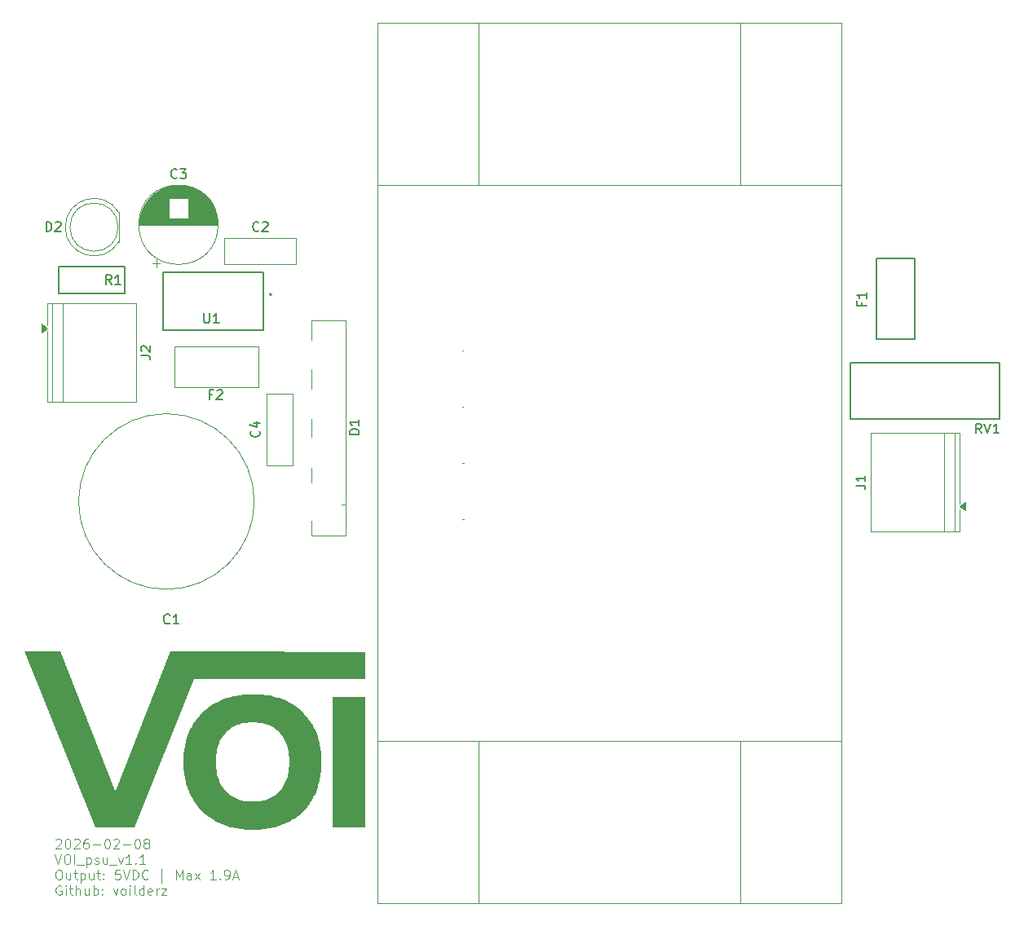
<source format=gto>
G04 #@! TF.GenerationSoftware,KiCad,Pcbnew,9.0.7-9.0.7~ubuntu24.04.1*
G04 #@! TF.CreationDate,2026-02-08T18:38:21+03:00*
G04 #@! TF.ProjectId,Linear_PowerSup_v1,4c696e65-6172-45f5-906f-776572537570,rev?*
G04 #@! TF.SameCoordinates,Original*
G04 #@! TF.FileFunction,Legend,Top*
G04 #@! TF.FilePolarity,Positive*
%FSLAX46Y46*%
G04 Gerber Fmt 4.6, Leading zero omitted, Abs format (unit mm)*
G04 Created by KiCad (PCBNEW 9.0.7-9.0.7~ubuntu24.04.1) date 2026-02-08 18:38:21*
%MOMM*%
%LPD*%
G01*
G04 APERTURE LIST*
%ADD10C,0.100000*%
%ADD11C,0.000000*%
%ADD12C,0.150000*%
%ADD13C,0.120000*%
%ADD14C,0.152400*%
%ADD15C,0.127000*%
%ADD16C,0.200000*%
G04 APERTURE END LIST*
D10*
X75756265Y-131637825D02*
X75803884Y-131590206D01*
X75803884Y-131590206D02*
X75899122Y-131542587D01*
X75899122Y-131542587D02*
X76137217Y-131542587D01*
X76137217Y-131542587D02*
X76232455Y-131590206D01*
X76232455Y-131590206D02*
X76280074Y-131637825D01*
X76280074Y-131637825D02*
X76327693Y-131733063D01*
X76327693Y-131733063D02*
X76327693Y-131828301D01*
X76327693Y-131828301D02*
X76280074Y-131971158D01*
X76280074Y-131971158D02*
X75708646Y-132542587D01*
X75708646Y-132542587D02*
X76327693Y-132542587D01*
X76946741Y-131542587D02*
X77041979Y-131542587D01*
X77041979Y-131542587D02*
X77137217Y-131590206D01*
X77137217Y-131590206D02*
X77184836Y-131637825D01*
X77184836Y-131637825D02*
X77232455Y-131733063D01*
X77232455Y-131733063D02*
X77280074Y-131923539D01*
X77280074Y-131923539D02*
X77280074Y-132161634D01*
X77280074Y-132161634D02*
X77232455Y-132352110D01*
X77232455Y-132352110D02*
X77184836Y-132447348D01*
X77184836Y-132447348D02*
X77137217Y-132494968D01*
X77137217Y-132494968D02*
X77041979Y-132542587D01*
X77041979Y-132542587D02*
X76946741Y-132542587D01*
X76946741Y-132542587D02*
X76851503Y-132494968D01*
X76851503Y-132494968D02*
X76803884Y-132447348D01*
X76803884Y-132447348D02*
X76756265Y-132352110D01*
X76756265Y-132352110D02*
X76708646Y-132161634D01*
X76708646Y-132161634D02*
X76708646Y-131923539D01*
X76708646Y-131923539D02*
X76756265Y-131733063D01*
X76756265Y-131733063D02*
X76803884Y-131637825D01*
X76803884Y-131637825D02*
X76851503Y-131590206D01*
X76851503Y-131590206D02*
X76946741Y-131542587D01*
X77661027Y-131637825D02*
X77708646Y-131590206D01*
X77708646Y-131590206D02*
X77803884Y-131542587D01*
X77803884Y-131542587D02*
X78041979Y-131542587D01*
X78041979Y-131542587D02*
X78137217Y-131590206D01*
X78137217Y-131590206D02*
X78184836Y-131637825D01*
X78184836Y-131637825D02*
X78232455Y-131733063D01*
X78232455Y-131733063D02*
X78232455Y-131828301D01*
X78232455Y-131828301D02*
X78184836Y-131971158D01*
X78184836Y-131971158D02*
X77613408Y-132542587D01*
X77613408Y-132542587D02*
X78232455Y-132542587D01*
X79089598Y-131542587D02*
X78899122Y-131542587D01*
X78899122Y-131542587D02*
X78803884Y-131590206D01*
X78803884Y-131590206D02*
X78756265Y-131637825D01*
X78756265Y-131637825D02*
X78661027Y-131780682D01*
X78661027Y-131780682D02*
X78613408Y-131971158D01*
X78613408Y-131971158D02*
X78613408Y-132352110D01*
X78613408Y-132352110D02*
X78661027Y-132447348D01*
X78661027Y-132447348D02*
X78708646Y-132494968D01*
X78708646Y-132494968D02*
X78803884Y-132542587D01*
X78803884Y-132542587D02*
X78994360Y-132542587D01*
X78994360Y-132542587D02*
X79089598Y-132494968D01*
X79089598Y-132494968D02*
X79137217Y-132447348D01*
X79137217Y-132447348D02*
X79184836Y-132352110D01*
X79184836Y-132352110D02*
X79184836Y-132114015D01*
X79184836Y-132114015D02*
X79137217Y-132018777D01*
X79137217Y-132018777D02*
X79089598Y-131971158D01*
X79089598Y-131971158D02*
X78994360Y-131923539D01*
X78994360Y-131923539D02*
X78803884Y-131923539D01*
X78803884Y-131923539D02*
X78708646Y-131971158D01*
X78708646Y-131971158D02*
X78661027Y-132018777D01*
X78661027Y-132018777D02*
X78613408Y-132114015D01*
X79613408Y-132161634D02*
X80375313Y-132161634D01*
X81041979Y-131542587D02*
X81137217Y-131542587D01*
X81137217Y-131542587D02*
X81232455Y-131590206D01*
X81232455Y-131590206D02*
X81280074Y-131637825D01*
X81280074Y-131637825D02*
X81327693Y-131733063D01*
X81327693Y-131733063D02*
X81375312Y-131923539D01*
X81375312Y-131923539D02*
X81375312Y-132161634D01*
X81375312Y-132161634D02*
X81327693Y-132352110D01*
X81327693Y-132352110D02*
X81280074Y-132447348D01*
X81280074Y-132447348D02*
X81232455Y-132494968D01*
X81232455Y-132494968D02*
X81137217Y-132542587D01*
X81137217Y-132542587D02*
X81041979Y-132542587D01*
X81041979Y-132542587D02*
X80946741Y-132494968D01*
X80946741Y-132494968D02*
X80899122Y-132447348D01*
X80899122Y-132447348D02*
X80851503Y-132352110D01*
X80851503Y-132352110D02*
X80803884Y-132161634D01*
X80803884Y-132161634D02*
X80803884Y-131923539D01*
X80803884Y-131923539D02*
X80851503Y-131733063D01*
X80851503Y-131733063D02*
X80899122Y-131637825D01*
X80899122Y-131637825D02*
X80946741Y-131590206D01*
X80946741Y-131590206D02*
X81041979Y-131542587D01*
X81756265Y-131637825D02*
X81803884Y-131590206D01*
X81803884Y-131590206D02*
X81899122Y-131542587D01*
X81899122Y-131542587D02*
X82137217Y-131542587D01*
X82137217Y-131542587D02*
X82232455Y-131590206D01*
X82232455Y-131590206D02*
X82280074Y-131637825D01*
X82280074Y-131637825D02*
X82327693Y-131733063D01*
X82327693Y-131733063D02*
X82327693Y-131828301D01*
X82327693Y-131828301D02*
X82280074Y-131971158D01*
X82280074Y-131971158D02*
X81708646Y-132542587D01*
X81708646Y-132542587D02*
X82327693Y-132542587D01*
X82756265Y-132161634D02*
X83518170Y-132161634D01*
X84184836Y-131542587D02*
X84280074Y-131542587D01*
X84280074Y-131542587D02*
X84375312Y-131590206D01*
X84375312Y-131590206D02*
X84422931Y-131637825D01*
X84422931Y-131637825D02*
X84470550Y-131733063D01*
X84470550Y-131733063D02*
X84518169Y-131923539D01*
X84518169Y-131923539D02*
X84518169Y-132161634D01*
X84518169Y-132161634D02*
X84470550Y-132352110D01*
X84470550Y-132352110D02*
X84422931Y-132447348D01*
X84422931Y-132447348D02*
X84375312Y-132494968D01*
X84375312Y-132494968D02*
X84280074Y-132542587D01*
X84280074Y-132542587D02*
X84184836Y-132542587D01*
X84184836Y-132542587D02*
X84089598Y-132494968D01*
X84089598Y-132494968D02*
X84041979Y-132447348D01*
X84041979Y-132447348D02*
X83994360Y-132352110D01*
X83994360Y-132352110D02*
X83946741Y-132161634D01*
X83946741Y-132161634D02*
X83946741Y-131923539D01*
X83946741Y-131923539D02*
X83994360Y-131733063D01*
X83994360Y-131733063D02*
X84041979Y-131637825D01*
X84041979Y-131637825D02*
X84089598Y-131590206D01*
X84089598Y-131590206D02*
X84184836Y-131542587D01*
X85089598Y-131971158D02*
X84994360Y-131923539D01*
X84994360Y-131923539D02*
X84946741Y-131875920D01*
X84946741Y-131875920D02*
X84899122Y-131780682D01*
X84899122Y-131780682D02*
X84899122Y-131733063D01*
X84899122Y-131733063D02*
X84946741Y-131637825D01*
X84946741Y-131637825D02*
X84994360Y-131590206D01*
X84994360Y-131590206D02*
X85089598Y-131542587D01*
X85089598Y-131542587D02*
X85280074Y-131542587D01*
X85280074Y-131542587D02*
X85375312Y-131590206D01*
X85375312Y-131590206D02*
X85422931Y-131637825D01*
X85422931Y-131637825D02*
X85470550Y-131733063D01*
X85470550Y-131733063D02*
X85470550Y-131780682D01*
X85470550Y-131780682D02*
X85422931Y-131875920D01*
X85422931Y-131875920D02*
X85375312Y-131923539D01*
X85375312Y-131923539D02*
X85280074Y-131971158D01*
X85280074Y-131971158D02*
X85089598Y-131971158D01*
X85089598Y-131971158D02*
X84994360Y-132018777D01*
X84994360Y-132018777D02*
X84946741Y-132066396D01*
X84946741Y-132066396D02*
X84899122Y-132161634D01*
X84899122Y-132161634D02*
X84899122Y-132352110D01*
X84899122Y-132352110D02*
X84946741Y-132447348D01*
X84946741Y-132447348D02*
X84994360Y-132494968D01*
X84994360Y-132494968D02*
X85089598Y-132542587D01*
X85089598Y-132542587D02*
X85280074Y-132542587D01*
X85280074Y-132542587D02*
X85375312Y-132494968D01*
X85375312Y-132494968D02*
X85422931Y-132447348D01*
X85422931Y-132447348D02*
X85470550Y-132352110D01*
X85470550Y-132352110D02*
X85470550Y-132161634D01*
X85470550Y-132161634D02*
X85422931Y-132066396D01*
X85422931Y-132066396D02*
X85375312Y-132018777D01*
X85375312Y-132018777D02*
X85280074Y-131971158D01*
X75661027Y-133152531D02*
X75994360Y-134152531D01*
X75994360Y-134152531D02*
X76327693Y-133152531D01*
X76851503Y-133152531D02*
X77041979Y-133152531D01*
X77041979Y-133152531D02*
X77137217Y-133200150D01*
X77137217Y-133200150D02*
X77232455Y-133295388D01*
X77232455Y-133295388D02*
X77280074Y-133485864D01*
X77280074Y-133485864D02*
X77280074Y-133819197D01*
X77280074Y-133819197D02*
X77232455Y-134009673D01*
X77232455Y-134009673D02*
X77137217Y-134104912D01*
X77137217Y-134104912D02*
X77041979Y-134152531D01*
X77041979Y-134152531D02*
X76851503Y-134152531D01*
X76851503Y-134152531D02*
X76756265Y-134104912D01*
X76756265Y-134104912D02*
X76661027Y-134009673D01*
X76661027Y-134009673D02*
X76613408Y-133819197D01*
X76613408Y-133819197D02*
X76613408Y-133485864D01*
X76613408Y-133485864D02*
X76661027Y-133295388D01*
X76661027Y-133295388D02*
X76756265Y-133200150D01*
X76756265Y-133200150D02*
X76851503Y-133152531D01*
X77708646Y-134152531D02*
X77708646Y-133152531D01*
X77946741Y-134247769D02*
X78708645Y-134247769D01*
X78946741Y-133485864D02*
X78946741Y-134485864D01*
X78946741Y-133533483D02*
X79041979Y-133485864D01*
X79041979Y-133485864D02*
X79232455Y-133485864D01*
X79232455Y-133485864D02*
X79327693Y-133533483D01*
X79327693Y-133533483D02*
X79375312Y-133581102D01*
X79375312Y-133581102D02*
X79422931Y-133676340D01*
X79422931Y-133676340D02*
X79422931Y-133962054D01*
X79422931Y-133962054D02*
X79375312Y-134057292D01*
X79375312Y-134057292D02*
X79327693Y-134104912D01*
X79327693Y-134104912D02*
X79232455Y-134152531D01*
X79232455Y-134152531D02*
X79041979Y-134152531D01*
X79041979Y-134152531D02*
X78946741Y-134104912D01*
X79803884Y-134104912D02*
X79899122Y-134152531D01*
X79899122Y-134152531D02*
X80089598Y-134152531D01*
X80089598Y-134152531D02*
X80184836Y-134104912D01*
X80184836Y-134104912D02*
X80232455Y-134009673D01*
X80232455Y-134009673D02*
X80232455Y-133962054D01*
X80232455Y-133962054D02*
X80184836Y-133866816D01*
X80184836Y-133866816D02*
X80089598Y-133819197D01*
X80089598Y-133819197D02*
X79946741Y-133819197D01*
X79946741Y-133819197D02*
X79851503Y-133771578D01*
X79851503Y-133771578D02*
X79803884Y-133676340D01*
X79803884Y-133676340D02*
X79803884Y-133628721D01*
X79803884Y-133628721D02*
X79851503Y-133533483D01*
X79851503Y-133533483D02*
X79946741Y-133485864D01*
X79946741Y-133485864D02*
X80089598Y-133485864D01*
X80089598Y-133485864D02*
X80184836Y-133533483D01*
X81089598Y-133485864D02*
X81089598Y-134152531D01*
X80661027Y-133485864D02*
X80661027Y-134009673D01*
X80661027Y-134009673D02*
X80708646Y-134104912D01*
X80708646Y-134104912D02*
X80803884Y-134152531D01*
X80803884Y-134152531D02*
X80946741Y-134152531D01*
X80946741Y-134152531D02*
X81041979Y-134104912D01*
X81041979Y-134104912D02*
X81089598Y-134057292D01*
X81327694Y-134247769D02*
X82089598Y-134247769D01*
X82232456Y-133485864D02*
X82470551Y-134152531D01*
X82470551Y-134152531D02*
X82708646Y-133485864D01*
X83613408Y-134152531D02*
X83041980Y-134152531D01*
X83327694Y-134152531D02*
X83327694Y-133152531D01*
X83327694Y-133152531D02*
X83232456Y-133295388D01*
X83232456Y-133295388D02*
X83137218Y-133390626D01*
X83137218Y-133390626D02*
X83041980Y-133438245D01*
X84041980Y-134057292D02*
X84089599Y-134104912D01*
X84089599Y-134104912D02*
X84041980Y-134152531D01*
X84041980Y-134152531D02*
X83994361Y-134104912D01*
X83994361Y-134104912D02*
X84041980Y-134057292D01*
X84041980Y-134057292D02*
X84041980Y-134152531D01*
X85041979Y-134152531D02*
X84470551Y-134152531D01*
X84756265Y-134152531D02*
X84756265Y-133152531D01*
X84756265Y-133152531D02*
X84661027Y-133295388D01*
X84661027Y-133295388D02*
X84565789Y-133390626D01*
X84565789Y-133390626D02*
X84470551Y-133438245D01*
X75994360Y-134762475D02*
X76184836Y-134762475D01*
X76184836Y-134762475D02*
X76280074Y-134810094D01*
X76280074Y-134810094D02*
X76375312Y-134905332D01*
X76375312Y-134905332D02*
X76422931Y-135095808D01*
X76422931Y-135095808D02*
X76422931Y-135429141D01*
X76422931Y-135429141D02*
X76375312Y-135619617D01*
X76375312Y-135619617D02*
X76280074Y-135714856D01*
X76280074Y-135714856D02*
X76184836Y-135762475D01*
X76184836Y-135762475D02*
X75994360Y-135762475D01*
X75994360Y-135762475D02*
X75899122Y-135714856D01*
X75899122Y-135714856D02*
X75803884Y-135619617D01*
X75803884Y-135619617D02*
X75756265Y-135429141D01*
X75756265Y-135429141D02*
X75756265Y-135095808D01*
X75756265Y-135095808D02*
X75803884Y-134905332D01*
X75803884Y-134905332D02*
X75899122Y-134810094D01*
X75899122Y-134810094D02*
X75994360Y-134762475D01*
X77280074Y-135095808D02*
X77280074Y-135762475D01*
X76851503Y-135095808D02*
X76851503Y-135619617D01*
X76851503Y-135619617D02*
X76899122Y-135714856D01*
X76899122Y-135714856D02*
X76994360Y-135762475D01*
X76994360Y-135762475D02*
X77137217Y-135762475D01*
X77137217Y-135762475D02*
X77232455Y-135714856D01*
X77232455Y-135714856D02*
X77280074Y-135667236D01*
X77613408Y-135095808D02*
X77994360Y-135095808D01*
X77756265Y-134762475D02*
X77756265Y-135619617D01*
X77756265Y-135619617D02*
X77803884Y-135714856D01*
X77803884Y-135714856D02*
X77899122Y-135762475D01*
X77899122Y-135762475D02*
X77994360Y-135762475D01*
X78327694Y-135095808D02*
X78327694Y-136095808D01*
X78327694Y-135143427D02*
X78422932Y-135095808D01*
X78422932Y-135095808D02*
X78613408Y-135095808D01*
X78613408Y-135095808D02*
X78708646Y-135143427D01*
X78708646Y-135143427D02*
X78756265Y-135191046D01*
X78756265Y-135191046D02*
X78803884Y-135286284D01*
X78803884Y-135286284D02*
X78803884Y-135571998D01*
X78803884Y-135571998D02*
X78756265Y-135667236D01*
X78756265Y-135667236D02*
X78708646Y-135714856D01*
X78708646Y-135714856D02*
X78613408Y-135762475D01*
X78613408Y-135762475D02*
X78422932Y-135762475D01*
X78422932Y-135762475D02*
X78327694Y-135714856D01*
X79661027Y-135095808D02*
X79661027Y-135762475D01*
X79232456Y-135095808D02*
X79232456Y-135619617D01*
X79232456Y-135619617D02*
X79280075Y-135714856D01*
X79280075Y-135714856D02*
X79375313Y-135762475D01*
X79375313Y-135762475D02*
X79518170Y-135762475D01*
X79518170Y-135762475D02*
X79613408Y-135714856D01*
X79613408Y-135714856D02*
X79661027Y-135667236D01*
X79994361Y-135095808D02*
X80375313Y-135095808D01*
X80137218Y-134762475D02*
X80137218Y-135619617D01*
X80137218Y-135619617D02*
X80184837Y-135714856D01*
X80184837Y-135714856D02*
X80280075Y-135762475D01*
X80280075Y-135762475D02*
X80375313Y-135762475D01*
X80708647Y-135667236D02*
X80756266Y-135714856D01*
X80756266Y-135714856D02*
X80708647Y-135762475D01*
X80708647Y-135762475D02*
X80661028Y-135714856D01*
X80661028Y-135714856D02*
X80708647Y-135667236D01*
X80708647Y-135667236D02*
X80708647Y-135762475D01*
X80708647Y-135143427D02*
X80756266Y-135191046D01*
X80756266Y-135191046D02*
X80708647Y-135238665D01*
X80708647Y-135238665D02*
X80661028Y-135191046D01*
X80661028Y-135191046D02*
X80708647Y-135143427D01*
X80708647Y-135143427D02*
X80708647Y-135238665D01*
X82422932Y-134762475D02*
X81946742Y-134762475D01*
X81946742Y-134762475D02*
X81899123Y-135238665D01*
X81899123Y-135238665D02*
X81946742Y-135191046D01*
X81946742Y-135191046D02*
X82041980Y-135143427D01*
X82041980Y-135143427D02*
X82280075Y-135143427D01*
X82280075Y-135143427D02*
X82375313Y-135191046D01*
X82375313Y-135191046D02*
X82422932Y-135238665D01*
X82422932Y-135238665D02*
X82470551Y-135333903D01*
X82470551Y-135333903D02*
X82470551Y-135571998D01*
X82470551Y-135571998D02*
X82422932Y-135667236D01*
X82422932Y-135667236D02*
X82375313Y-135714856D01*
X82375313Y-135714856D02*
X82280075Y-135762475D01*
X82280075Y-135762475D02*
X82041980Y-135762475D01*
X82041980Y-135762475D02*
X81946742Y-135714856D01*
X81946742Y-135714856D02*
X81899123Y-135667236D01*
X82756266Y-134762475D02*
X83089599Y-135762475D01*
X83089599Y-135762475D02*
X83422932Y-134762475D01*
X83756266Y-135762475D02*
X83756266Y-134762475D01*
X83756266Y-134762475D02*
X83994361Y-134762475D01*
X83994361Y-134762475D02*
X84137218Y-134810094D01*
X84137218Y-134810094D02*
X84232456Y-134905332D01*
X84232456Y-134905332D02*
X84280075Y-135000570D01*
X84280075Y-135000570D02*
X84327694Y-135191046D01*
X84327694Y-135191046D02*
X84327694Y-135333903D01*
X84327694Y-135333903D02*
X84280075Y-135524379D01*
X84280075Y-135524379D02*
X84232456Y-135619617D01*
X84232456Y-135619617D02*
X84137218Y-135714856D01*
X84137218Y-135714856D02*
X83994361Y-135762475D01*
X83994361Y-135762475D02*
X83756266Y-135762475D01*
X85327694Y-135667236D02*
X85280075Y-135714856D01*
X85280075Y-135714856D02*
X85137218Y-135762475D01*
X85137218Y-135762475D02*
X85041980Y-135762475D01*
X85041980Y-135762475D02*
X84899123Y-135714856D01*
X84899123Y-135714856D02*
X84803885Y-135619617D01*
X84803885Y-135619617D02*
X84756266Y-135524379D01*
X84756266Y-135524379D02*
X84708647Y-135333903D01*
X84708647Y-135333903D02*
X84708647Y-135191046D01*
X84708647Y-135191046D02*
X84756266Y-135000570D01*
X84756266Y-135000570D02*
X84803885Y-134905332D01*
X84803885Y-134905332D02*
X84899123Y-134810094D01*
X84899123Y-134810094D02*
X85041980Y-134762475D01*
X85041980Y-134762475D02*
X85137218Y-134762475D01*
X85137218Y-134762475D02*
X85280075Y-134810094D01*
X85280075Y-134810094D02*
X85327694Y-134857713D01*
X86756266Y-136095808D02*
X86756266Y-134667236D01*
X88232457Y-135762475D02*
X88232457Y-134762475D01*
X88232457Y-134762475D02*
X88565790Y-135476760D01*
X88565790Y-135476760D02*
X88899123Y-134762475D01*
X88899123Y-134762475D02*
X88899123Y-135762475D01*
X89803885Y-135762475D02*
X89803885Y-135238665D01*
X89803885Y-135238665D02*
X89756266Y-135143427D01*
X89756266Y-135143427D02*
X89661028Y-135095808D01*
X89661028Y-135095808D02*
X89470552Y-135095808D01*
X89470552Y-135095808D02*
X89375314Y-135143427D01*
X89803885Y-135714856D02*
X89708647Y-135762475D01*
X89708647Y-135762475D02*
X89470552Y-135762475D01*
X89470552Y-135762475D02*
X89375314Y-135714856D01*
X89375314Y-135714856D02*
X89327695Y-135619617D01*
X89327695Y-135619617D02*
X89327695Y-135524379D01*
X89327695Y-135524379D02*
X89375314Y-135429141D01*
X89375314Y-135429141D02*
X89470552Y-135381522D01*
X89470552Y-135381522D02*
X89708647Y-135381522D01*
X89708647Y-135381522D02*
X89803885Y-135333903D01*
X90184838Y-135762475D02*
X90708647Y-135095808D01*
X90184838Y-135095808D02*
X90708647Y-135762475D01*
X92375314Y-135762475D02*
X91803886Y-135762475D01*
X92089600Y-135762475D02*
X92089600Y-134762475D01*
X92089600Y-134762475D02*
X91994362Y-134905332D01*
X91994362Y-134905332D02*
X91899124Y-135000570D01*
X91899124Y-135000570D02*
X91803886Y-135048189D01*
X92803886Y-135667236D02*
X92851505Y-135714856D01*
X92851505Y-135714856D02*
X92803886Y-135762475D01*
X92803886Y-135762475D02*
X92756267Y-135714856D01*
X92756267Y-135714856D02*
X92803886Y-135667236D01*
X92803886Y-135667236D02*
X92803886Y-135762475D01*
X93327695Y-135762475D02*
X93518171Y-135762475D01*
X93518171Y-135762475D02*
X93613409Y-135714856D01*
X93613409Y-135714856D02*
X93661028Y-135667236D01*
X93661028Y-135667236D02*
X93756266Y-135524379D01*
X93756266Y-135524379D02*
X93803885Y-135333903D01*
X93803885Y-135333903D02*
X93803885Y-134952951D01*
X93803885Y-134952951D02*
X93756266Y-134857713D01*
X93756266Y-134857713D02*
X93708647Y-134810094D01*
X93708647Y-134810094D02*
X93613409Y-134762475D01*
X93613409Y-134762475D02*
X93422933Y-134762475D01*
X93422933Y-134762475D02*
X93327695Y-134810094D01*
X93327695Y-134810094D02*
X93280076Y-134857713D01*
X93280076Y-134857713D02*
X93232457Y-134952951D01*
X93232457Y-134952951D02*
X93232457Y-135191046D01*
X93232457Y-135191046D02*
X93280076Y-135286284D01*
X93280076Y-135286284D02*
X93327695Y-135333903D01*
X93327695Y-135333903D02*
X93422933Y-135381522D01*
X93422933Y-135381522D02*
X93613409Y-135381522D01*
X93613409Y-135381522D02*
X93708647Y-135333903D01*
X93708647Y-135333903D02*
X93756266Y-135286284D01*
X93756266Y-135286284D02*
X93803885Y-135191046D01*
X94184838Y-135476760D02*
X94661028Y-135476760D01*
X94089600Y-135762475D02*
X94422933Y-134762475D01*
X94422933Y-134762475D02*
X94756266Y-135762475D01*
X76327693Y-136420038D02*
X76232455Y-136372419D01*
X76232455Y-136372419D02*
X76089598Y-136372419D01*
X76089598Y-136372419D02*
X75946741Y-136420038D01*
X75946741Y-136420038D02*
X75851503Y-136515276D01*
X75851503Y-136515276D02*
X75803884Y-136610514D01*
X75803884Y-136610514D02*
X75756265Y-136800990D01*
X75756265Y-136800990D02*
X75756265Y-136943847D01*
X75756265Y-136943847D02*
X75803884Y-137134323D01*
X75803884Y-137134323D02*
X75851503Y-137229561D01*
X75851503Y-137229561D02*
X75946741Y-137324800D01*
X75946741Y-137324800D02*
X76089598Y-137372419D01*
X76089598Y-137372419D02*
X76184836Y-137372419D01*
X76184836Y-137372419D02*
X76327693Y-137324800D01*
X76327693Y-137324800D02*
X76375312Y-137277180D01*
X76375312Y-137277180D02*
X76375312Y-136943847D01*
X76375312Y-136943847D02*
X76184836Y-136943847D01*
X76803884Y-137372419D02*
X76803884Y-136705752D01*
X76803884Y-136372419D02*
X76756265Y-136420038D01*
X76756265Y-136420038D02*
X76803884Y-136467657D01*
X76803884Y-136467657D02*
X76851503Y-136420038D01*
X76851503Y-136420038D02*
X76803884Y-136372419D01*
X76803884Y-136372419D02*
X76803884Y-136467657D01*
X77137217Y-136705752D02*
X77518169Y-136705752D01*
X77280074Y-136372419D02*
X77280074Y-137229561D01*
X77280074Y-137229561D02*
X77327693Y-137324800D01*
X77327693Y-137324800D02*
X77422931Y-137372419D01*
X77422931Y-137372419D02*
X77518169Y-137372419D01*
X77851503Y-137372419D02*
X77851503Y-136372419D01*
X78280074Y-137372419D02*
X78280074Y-136848609D01*
X78280074Y-136848609D02*
X78232455Y-136753371D01*
X78232455Y-136753371D02*
X78137217Y-136705752D01*
X78137217Y-136705752D02*
X77994360Y-136705752D01*
X77994360Y-136705752D02*
X77899122Y-136753371D01*
X77899122Y-136753371D02*
X77851503Y-136800990D01*
X79184836Y-136705752D02*
X79184836Y-137372419D01*
X78756265Y-136705752D02*
X78756265Y-137229561D01*
X78756265Y-137229561D02*
X78803884Y-137324800D01*
X78803884Y-137324800D02*
X78899122Y-137372419D01*
X78899122Y-137372419D02*
X79041979Y-137372419D01*
X79041979Y-137372419D02*
X79137217Y-137324800D01*
X79137217Y-137324800D02*
X79184836Y-137277180D01*
X79661027Y-137372419D02*
X79661027Y-136372419D01*
X79661027Y-136753371D02*
X79756265Y-136705752D01*
X79756265Y-136705752D02*
X79946741Y-136705752D01*
X79946741Y-136705752D02*
X80041979Y-136753371D01*
X80041979Y-136753371D02*
X80089598Y-136800990D01*
X80089598Y-136800990D02*
X80137217Y-136896228D01*
X80137217Y-136896228D02*
X80137217Y-137181942D01*
X80137217Y-137181942D02*
X80089598Y-137277180D01*
X80089598Y-137277180D02*
X80041979Y-137324800D01*
X80041979Y-137324800D02*
X79946741Y-137372419D01*
X79946741Y-137372419D02*
X79756265Y-137372419D01*
X79756265Y-137372419D02*
X79661027Y-137324800D01*
X80565789Y-137277180D02*
X80613408Y-137324800D01*
X80613408Y-137324800D02*
X80565789Y-137372419D01*
X80565789Y-137372419D02*
X80518170Y-137324800D01*
X80518170Y-137324800D02*
X80565789Y-137277180D01*
X80565789Y-137277180D02*
X80565789Y-137372419D01*
X80565789Y-136753371D02*
X80613408Y-136800990D01*
X80613408Y-136800990D02*
X80565789Y-136848609D01*
X80565789Y-136848609D02*
X80518170Y-136800990D01*
X80518170Y-136800990D02*
X80565789Y-136753371D01*
X80565789Y-136753371D02*
X80565789Y-136848609D01*
X81708646Y-136705752D02*
X81946741Y-137372419D01*
X81946741Y-137372419D02*
X82184836Y-136705752D01*
X82708646Y-137372419D02*
X82613408Y-137324800D01*
X82613408Y-137324800D02*
X82565789Y-137277180D01*
X82565789Y-137277180D02*
X82518170Y-137181942D01*
X82518170Y-137181942D02*
X82518170Y-136896228D01*
X82518170Y-136896228D02*
X82565789Y-136800990D01*
X82565789Y-136800990D02*
X82613408Y-136753371D01*
X82613408Y-136753371D02*
X82708646Y-136705752D01*
X82708646Y-136705752D02*
X82851503Y-136705752D01*
X82851503Y-136705752D02*
X82946741Y-136753371D01*
X82946741Y-136753371D02*
X82994360Y-136800990D01*
X82994360Y-136800990D02*
X83041979Y-136896228D01*
X83041979Y-136896228D02*
X83041979Y-137181942D01*
X83041979Y-137181942D02*
X82994360Y-137277180D01*
X82994360Y-137277180D02*
X82946741Y-137324800D01*
X82946741Y-137324800D02*
X82851503Y-137372419D01*
X82851503Y-137372419D02*
X82708646Y-137372419D01*
X83470551Y-137372419D02*
X83470551Y-136705752D01*
X83470551Y-136372419D02*
X83422932Y-136420038D01*
X83422932Y-136420038D02*
X83470551Y-136467657D01*
X83470551Y-136467657D02*
X83518170Y-136420038D01*
X83518170Y-136420038D02*
X83470551Y-136372419D01*
X83470551Y-136372419D02*
X83470551Y-136467657D01*
X84089598Y-137372419D02*
X83994360Y-137324800D01*
X83994360Y-137324800D02*
X83946741Y-137229561D01*
X83946741Y-137229561D02*
X83946741Y-136372419D01*
X84899122Y-137372419D02*
X84899122Y-136372419D01*
X84899122Y-137324800D02*
X84803884Y-137372419D01*
X84803884Y-137372419D02*
X84613408Y-137372419D01*
X84613408Y-137372419D02*
X84518170Y-137324800D01*
X84518170Y-137324800D02*
X84470551Y-137277180D01*
X84470551Y-137277180D02*
X84422932Y-137181942D01*
X84422932Y-137181942D02*
X84422932Y-136896228D01*
X84422932Y-136896228D02*
X84470551Y-136800990D01*
X84470551Y-136800990D02*
X84518170Y-136753371D01*
X84518170Y-136753371D02*
X84613408Y-136705752D01*
X84613408Y-136705752D02*
X84803884Y-136705752D01*
X84803884Y-136705752D02*
X84899122Y-136753371D01*
X85756265Y-137324800D02*
X85661027Y-137372419D01*
X85661027Y-137372419D02*
X85470551Y-137372419D01*
X85470551Y-137372419D02*
X85375313Y-137324800D01*
X85375313Y-137324800D02*
X85327694Y-137229561D01*
X85327694Y-137229561D02*
X85327694Y-136848609D01*
X85327694Y-136848609D02*
X85375313Y-136753371D01*
X85375313Y-136753371D02*
X85470551Y-136705752D01*
X85470551Y-136705752D02*
X85661027Y-136705752D01*
X85661027Y-136705752D02*
X85756265Y-136753371D01*
X85756265Y-136753371D02*
X85803884Y-136848609D01*
X85803884Y-136848609D02*
X85803884Y-136943847D01*
X85803884Y-136943847D02*
X85327694Y-137039085D01*
X86232456Y-137372419D02*
X86232456Y-136705752D01*
X86232456Y-136896228D02*
X86280075Y-136800990D01*
X86280075Y-136800990D02*
X86327694Y-136753371D01*
X86327694Y-136753371D02*
X86422932Y-136705752D01*
X86422932Y-136705752D02*
X86518170Y-136705752D01*
X86756266Y-136705752D02*
X87280075Y-136705752D01*
X87280075Y-136705752D02*
X86756266Y-137372419D01*
X86756266Y-137372419D02*
X87280075Y-137372419D01*
D11*
G36*
X107901714Y-130322636D02*
G01*
X104538547Y-130322636D01*
X104538547Y-116778889D01*
X107901714Y-116778889D01*
X107901714Y-130322636D01*
G37*
G36*
X96494808Y-116511385D02*
G01*
X96763243Y-116521422D01*
X97026916Y-116538153D01*
X97285829Y-116561580D01*
X97539980Y-116591704D01*
X97789370Y-116628527D01*
X98034000Y-116672052D01*
X98273869Y-116722279D01*
X98508977Y-116779210D01*
X98739325Y-116842848D01*
X98964912Y-116913194D01*
X99185739Y-116990250D01*
X99401806Y-117074018D01*
X99613113Y-117164499D01*
X99819659Y-117261696D01*
X100021446Y-117365610D01*
X100217925Y-117475701D01*
X100408792Y-117591429D01*
X100594046Y-117712793D01*
X100773684Y-117839794D01*
X100947704Y-117972431D01*
X101116106Y-118110704D01*
X101278888Y-118254614D01*
X101436047Y-118404161D01*
X101587583Y-118559344D01*
X101733494Y-118720163D01*
X101873778Y-118886619D01*
X102008433Y-119058711D01*
X102137459Y-119236440D01*
X102260853Y-119419805D01*
X102378613Y-119608807D01*
X102490739Y-119803445D01*
X102596603Y-120003212D01*
X102695628Y-120207574D01*
X102787815Y-120416531D01*
X102873166Y-120630083D01*
X102951682Y-120848227D01*
X103023363Y-121070964D01*
X103088213Y-121298293D01*
X103146230Y-121530213D01*
X103197418Y-121766724D01*
X103241776Y-122007823D01*
X103279307Y-122253512D01*
X103310011Y-122503789D01*
X103333890Y-122758653D01*
X103350945Y-123018104D01*
X103361177Y-123282140D01*
X103364587Y-123550761D01*
X103361177Y-123816663D01*
X103350945Y-124078236D01*
X103333890Y-124335480D01*
X103310011Y-124588399D01*
X103279307Y-124836993D01*
X103241776Y-125081265D01*
X103197418Y-125321216D01*
X103146230Y-125556849D01*
X103088213Y-125788164D01*
X103023363Y-126015164D01*
X102951682Y-126237851D01*
X102873166Y-126456226D01*
X102787815Y-126670291D01*
X102695628Y-126880048D01*
X102596603Y-127085499D01*
X102490739Y-127286645D01*
X102378666Y-127482668D01*
X102260869Y-127672964D01*
X102137347Y-127857532D01*
X102008100Y-128036372D01*
X101873129Y-128209483D01*
X101732433Y-128376864D01*
X101586012Y-128538514D01*
X101433867Y-128694432D01*
X101275996Y-128844618D01*
X101112400Y-128989070D01*
X100943079Y-129127788D01*
X100768033Y-129260771D01*
X100587261Y-129388017D01*
X100400764Y-129509527D01*
X100208541Y-129625299D01*
X100010593Y-129735333D01*
X99807556Y-129839253D01*
X99599900Y-129936468D01*
X99387624Y-130026978D01*
X99170730Y-130110783D01*
X98949218Y-130187883D01*
X98723090Y-130258278D01*
X98492346Y-130321968D01*
X98256986Y-130378954D01*
X98017012Y-130429235D01*
X97772424Y-130472812D01*
X97523222Y-130509684D01*
X97269409Y-130539852D01*
X97010984Y-130563316D01*
X96747948Y-130580075D01*
X96480302Y-130590131D01*
X96208047Y-130593483D01*
X95938517Y-130590081D01*
X95673354Y-130579874D01*
X95412557Y-130562863D01*
X95156127Y-130539048D01*
X94904064Y-130508432D01*
X94656368Y-130471013D01*
X94413040Y-130426793D01*
X94174079Y-130375773D01*
X93939486Y-130317952D01*
X93709261Y-130253332D01*
X93483404Y-130181914D01*
X93261915Y-130103698D01*
X93044795Y-130018684D01*
X92832044Y-129926874D01*
X92623662Y-129828268D01*
X92419648Y-129722866D01*
X92220622Y-129611298D01*
X92027250Y-129494167D01*
X91839531Y-129371475D01*
X91657469Y-129243221D01*
X91481061Y-129109404D01*
X91310311Y-128970026D01*
X91145217Y-128825086D01*
X90985781Y-128674585D01*
X90832004Y-128518522D01*
X90683885Y-128356898D01*
X90541427Y-128189712D01*
X90404628Y-128016965D01*
X90273491Y-127838657D01*
X90148016Y-127654788D01*
X90028202Y-127465358D01*
X89914052Y-127270367D01*
X89806190Y-127070295D01*
X89705287Y-126865818D01*
X89611343Y-126656932D01*
X89524359Y-126443638D01*
X89444334Y-126225935D01*
X89371268Y-126003822D01*
X89305162Y-125777297D01*
X89246014Y-125546360D01*
X89193825Y-125311010D01*
X89148595Y-125071245D01*
X89110324Y-124827066D01*
X89079011Y-124578471D01*
X89054657Y-124325458D01*
X89037262Y-124068028D01*
X89026824Y-123806179D01*
X89023345Y-123539909D01*
X89023387Y-123536680D01*
X92386575Y-123536680D01*
X92390473Y-123773812D01*
X92402166Y-124004545D01*
X92421654Y-124228878D01*
X92448938Y-124446812D01*
X92484017Y-124658347D01*
X92526892Y-124863483D01*
X92577562Y-125062220D01*
X92636027Y-125254558D01*
X92702288Y-125440497D01*
X92776344Y-125620038D01*
X92858196Y-125793180D01*
X92947843Y-125959924D01*
X93045285Y-126120269D01*
X93150522Y-126274216D01*
X93263555Y-126421765D01*
X93384383Y-126562916D01*
X93512269Y-126696535D01*
X93646641Y-126821536D01*
X93787499Y-126937919D01*
X93934840Y-127045683D01*
X94088664Y-127144829D01*
X94248968Y-127235355D01*
X94415750Y-127317261D01*
X94589009Y-127390547D01*
X94768744Y-127455213D01*
X94954952Y-127511257D01*
X95147631Y-127558681D01*
X95346781Y-127597483D01*
X95552399Y-127627663D01*
X95764484Y-127649220D01*
X95983034Y-127662155D01*
X96208047Y-127666467D01*
X96432327Y-127662155D01*
X96650105Y-127649220D01*
X96861381Y-127627663D01*
X97066151Y-127597483D01*
X97264415Y-127558681D01*
X97456171Y-127511257D01*
X97641416Y-127455213D01*
X97820150Y-127390547D01*
X97992370Y-127317261D01*
X98158074Y-127235355D01*
X98317260Y-127144829D01*
X98469927Y-127045683D01*
X98616074Y-126937919D01*
X98755697Y-126821536D01*
X98888796Y-126696535D01*
X99015369Y-126562916D01*
X99134734Y-126421784D01*
X99246407Y-126274291D01*
X99350384Y-126120436D01*
X99446666Y-125960219D01*
X99535252Y-125793637D01*
X99616140Y-125620692D01*
X99689329Y-125441381D01*
X99754819Y-125255704D01*
X99812607Y-125063661D01*
X99862694Y-124865249D01*
X99905079Y-124660469D01*
X99939759Y-124449319D01*
X99966734Y-124231799D01*
X99986004Y-124007908D01*
X99997566Y-123777644D01*
X100001420Y-123541008D01*
X99997566Y-123302362D01*
X99986004Y-123070359D01*
X99966734Y-122844999D01*
X99939759Y-122626283D01*
X99905079Y-122414211D01*
X99862694Y-122208785D01*
X99812607Y-122010006D01*
X99754819Y-121817873D01*
X99689329Y-121632389D01*
X99616140Y-121453553D01*
X99535252Y-121281366D01*
X99446666Y-121115829D01*
X99350384Y-120956943D01*
X99246407Y-120804709D01*
X99134734Y-120659127D01*
X99015369Y-120520198D01*
X98888796Y-120388734D01*
X98755697Y-120265763D01*
X98616074Y-120151284D01*
X98469927Y-120045294D01*
X98317260Y-119947793D01*
X98158074Y-119858779D01*
X97992370Y-119778250D01*
X97820150Y-119706205D01*
X97641416Y-119642642D01*
X97456171Y-119587559D01*
X97264415Y-119540954D01*
X97066151Y-119502827D01*
X96861381Y-119473175D01*
X96650105Y-119451998D01*
X96432327Y-119439292D01*
X96208047Y-119435057D01*
X95983034Y-119439312D01*
X95764484Y-119452075D01*
X95552399Y-119473348D01*
X95346781Y-119503131D01*
X95147631Y-119541425D01*
X94954952Y-119588230D01*
X94768744Y-119643546D01*
X94589009Y-119707376D01*
X94415750Y-119779718D01*
X94248968Y-119860574D01*
X94088664Y-119949944D01*
X93934840Y-120047829D01*
X93787499Y-120154229D01*
X93646641Y-120269144D01*
X93512269Y-120392577D01*
X93384383Y-120524526D01*
X93263555Y-120663996D01*
X93150522Y-120809968D01*
X93045285Y-120962443D01*
X92947843Y-121121420D01*
X92858196Y-121286902D01*
X92776344Y-121458889D01*
X92702288Y-121637381D01*
X92636027Y-121822379D01*
X92577562Y-122013884D01*
X92526892Y-122211897D01*
X92484017Y-122416419D01*
X92448938Y-122627449D01*
X92421654Y-122844990D01*
X92402166Y-123069042D01*
X92390473Y-123299605D01*
X92386575Y-123536680D01*
X89023387Y-123536680D01*
X89026793Y-123273663D01*
X89037136Y-123011857D01*
X89054378Y-122754491D01*
X89078519Y-122501563D01*
X89109561Y-122253073D01*
X89147505Y-122009018D01*
X89192354Y-121769397D01*
X89244108Y-121534210D01*
X89302770Y-121303455D01*
X89368341Y-121077131D01*
X89440822Y-120855237D01*
X89520216Y-120637770D01*
X89606524Y-120424732D01*
X89699748Y-120216119D01*
X89799888Y-120011931D01*
X89906947Y-119812166D01*
X90020263Y-119617497D01*
X90139368Y-119428427D01*
X90264263Y-119244958D01*
X90394949Y-119067090D01*
X90531427Y-118894824D01*
X90673698Y-118728160D01*
X90821763Y-118567101D01*
X90975624Y-118411646D01*
X91135280Y-118261796D01*
X91300734Y-118117553D01*
X91471986Y-117978917D01*
X91649037Y-117845889D01*
X91831889Y-117718470D01*
X92020542Y-117596660D01*
X92214997Y-117480461D01*
X92415256Y-117369873D01*
X92620485Y-117265486D01*
X92830069Y-117167838D01*
X93044007Y-117076928D01*
X93262300Y-116992757D01*
X93484949Y-116915324D01*
X93711953Y-116844627D01*
X93943313Y-116780666D01*
X94179029Y-116723441D01*
X94419102Y-116672951D01*
X94663531Y-116629195D01*
X94912317Y-116592173D01*
X95165460Y-116561883D01*
X95422961Y-116538325D01*
X95684820Y-116521500D01*
X95951037Y-116511404D01*
X96221612Y-116508040D01*
X96494808Y-116511385D01*
G37*
G36*
X81911828Y-126500000D02*
G01*
X82024483Y-126500000D01*
X87626208Y-112038610D01*
X91296008Y-112038610D01*
X107901714Y-112155592D01*
X107901714Y-114968340D01*
X90113847Y-114968340D01*
X83919522Y-130322636D01*
X79876487Y-130322636D01*
X72500000Y-112038610D01*
X76259718Y-112038610D01*
X81911828Y-126500000D01*
G37*
D12*
X87583333Y-109109580D02*
X87535714Y-109157200D01*
X87535714Y-109157200D02*
X87392857Y-109204819D01*
X87392857Y-109204819D02*
X87297619Y-109204819D01*
X87297619Y-109204819D02*
X87154762Y-109157200D01*
X87154762Y-109157200D02*
X87059524Y-109061961D01*
X87059524Y-109061961D02*
X87011905Y-108966723D01*
X87011905Y-108966723D02*
X86964286Y-108776247D01*
X86964286Y-108776247D02*
X86964286Y-108633390D01*
X86964286Y-108633390D02*
X87011905Y-108442914D01*
X87011905Y-108442914D02*
X87059524Y-108347676D01*
X87059524Y-108347676D02*
X87154762Y-108252438D01*
X87154762Y-108252438D02*
X87297619Y-108204819D01*
X87297619Y-108204819D02*
X87392857Y-108204819D01*
X87392857Y-108204819D02*
X87535714Y-108252438D01*
X87535714Y-108252438D02*
X87583333Y-108300057D01*
X88535714Y-109204819D02*
X87964286Y-109204819D01*
X88250000Y-109204819D02*
X88250000Y-108204819D01*
X88250000Y-108204819D02*
X88154762Y-108347676D01*
X88154762Y-108347676D02*
X88059524Y-108442914D01*
X88059524Y-108442914D02*
X87964286Y-108490533D01*
X84574819Y-81333333D02*
X85289104Y-81333333D01*
X85289104Y-81333333D02*
X85431961Y-81380952D01*
X85431961Y-81380952D02*
X85527200Y-81476190D01*
X85527200Y-81476190D02*
X85574819Y-81619047D01*
X85574819Y-81619047D02*
X85574819Y-81714285D01*
X84670057Y-80904761D02*
X84622438Y-80857142D01*
X84622438Y-80857142D02*
X84574819Y-80761904D01*
X84574819Y-80761904D02*
X84574819Y-80523809D01*
X84574819Y-80523809D02*
X84622438Y-80428571D01*
X84622438Y-80428571D02*
X84670057Y-80380952D01*
X84670057Y-80380952D02*
X84765295Y-80333333D01*
X84765295Y-80333333D02*
X84860533Y-80333333D01*
X84860533Y-80333333D02*
X85003390Y-80380952D01*
X85003390Y-80380952D02*
X85574819Y-80952380D01*
X85574819Y-80952380D02*
X85574819Y-80333333D01*
X158834819Y-94833333D02*
X159549104Y-94833333D01*
X159549104Y-94833333D02*
X159691961Y-94880952D01*
X159691961Y-94880952D02*
X159787200Y-94976190D01*
X159787200Y-94976190D02*
X159834819Y-95119047D01*
X159834819Y-95119047D02*
X159834819Y-95214285D01*
X159834819Y-93833333D02*
X159834819Y-94404761D01*
X159834819Y-94119047D02*
X158834819Y-94119047D01*
X158834819Y-94119047D02*
X158977676Y-94214285D01*
X158977676Y-94214285D02*
X159072914Y-94309523D01*
X159072914Y-94309523D02*
X159120533Y-94404761D01*
X81535633Y-73954819D02*
X81202300Y-73478628D01*
X80964205Y-73954819D02*
X80964205Y-72954819D01*
X80964205Y-72954819D02*
X81345157Y-72954819D01*
X81345157Y-72954819D02*
X81440395Y-73002438D01*
X81440395Y-73002438D02*
X81488014Y-73050057D01*
X81488014Y-73050057D02*
X81535633Y-73145295D01*
X81535633Y-73145295D02*
X81535633Y-73288152D01*
X81535633Y-73288152D02*
X81488014Y-73383390D01*
X81488014Y-73383390D02*
X81440395Y-73431009D01*
X81440395Y-73431009D02*
X81345157Y-73478628D01*
X81345157Y-73478628D02*
X80964205Y-73478628D01*
X82488014Y-73954819D02*
X81916586Y-73954819D01*
X82202300Y-73954819D02*
X82202300Y-72954819D01*
X82202300Y-72954819D02*
X82107062Y-73097676D01*
X82107062Y-73097676D02*
X82011824Y-73192914D01*
X82011824Y-73192914D02*
X81916586Y-73240533D01*
X96859580Y-89166666D02*
X96907200Y-89214285D01*
X96907200Y-89214285D02*
X96954819Y-89357142D01*
X96954819Y-89357142D02*
X96954819Y-89452380D01*
X96954819Y-89452380D02*
X96907200Y-89595237D01*
X96907200Y-89595237D02*
X96811961Y-89690475D01*
X96811961Y-89690475D02*
X96716723Y-89738094D01*
X96716723Y-89738094D02*
X96526247Y-89785713D01*
X96526247Y-89785713D02*
X96383390Y-89785713D01*
X96383390Y-89785713D02*
X96192914Y-89738094D01*
X96192914Y-89738094D02*
X96097676Y-89690475D01*
X96097676Y-89690475D02*
X96002438Y-89595237D01*
X96002438Y-89595237D02*
X95954819Y-89452380D01*
X95954819Y-89452380D02*
X95954819Y-89357142D01*
X95954819Y-89357142D02*
X96002438Y-89214285D01*
X96002438Y-89214285D02*
X96050057Y-89166666D01*
X96288152Y-88309523D02*
X96954819Y-88309523D01*
X95907200Y-88547618D02*
X96621485Y-88785713D01*
X96621485Y-88785713D02*
X96621485Y-88166666D01*
X159431009Y-75833333D02*
X159431009Y-76166666D01*
X159954819Y-76166666D02*
X158954819Y-76166666D01*
X158954819Y-76166666D02*
X158954819Y-75690476D01*
X159954819Y-74785714D02*
X159954819Y-75357142D01*
X159954819Y-75071428D02*
X158954819Y-75071428D01*
X158954819Y-75071428D02*
X159097676Y-75166666D01*
X159097676Y-75166666D02*
X159192914Y-75261904D01*
X159192914Y-75261904D02*
X159240533Y-75357142D01*
X96833333Y-68359580D02*
X96785714Y-68407200D01*
X96785714Y-68407200D02*
X96642857Y-68454819D01*
X96642857Y-68454819D02*
X96547619Y-68454819D01*
X96547619Y-68454819D02*
X96404762Y-68407200D01*
X96404762Y-68407200D02*
X96309524Y-68311961D01*
X96309524Y-68311961D02*
X96261905Y-68216723D01*
X96261905Y-68216723D02*
X96214286Y-68026247D01*
X96214286Y-68026247D02*
X96214286Y-67883390D01*
X96214286Y-67883390D02*
X96261905Y-67692914D01*
X96261905Y-67692914D02*
X96309524Y-67597676D01*
X96309524Y-67597676D02*
X96404762Y-67502438D01*
X96404762Y-67502438D02*
X96547619Y-67454819D01*
X96547619Y-67454819D02*
X96642857Y-67454819D01*
X96642857Y-67454819D02*
X96785714Y-67502438D01*
X96785714Y-67502438D02*
X96833333Y-67550057D01*
X97214286Y-67550057D02*
X97261905Y-67502438D01*
X97261905Y-67502438D02*
X97357143Y-67454819D01*
X97357143Y-67454819D02*
X97595238Y-67454819D01*
X97595238Y-67454819D02*
X97690476Y-67502438D01*
X97690476Y-67502438D02*
X97738095Y-67550057D01*
X97738095Y-67550057D02*
X97785714Y-67645295D01*
X97785714Y-67645295D02*
X97785714Y-67740533D01*
X97785714Y-67740533D02*
X97738095Y-67883390D01*
X97738095Y-67883390D02*
X97166667Y-68454819D01*
X97166667Y-68454819D02*
X97785714Y-68454819D01*
X171904761Y-89404819D02*
X171571428Y-88928628D01*
X171333333Y-89404819D02*
X171333333Y-88404819D01*
X171333333Y-88404819D02*
X171714285Y-88404819D01*
X171714285Y-88404819D02*
X171809523Y-88452438D01*
X171809523Y-88452438D02*
X171857142Y-88500057D01*
X171857142Y-88500057D02*
X171904761Y-88595295D01*
X171904761Y-88595295D02*
X171904761Y-88738152D01*
X171904761Y-88738152D02*
X171857142Y-88833390D01*
X171857142Y-88833390D02*
X171809523Y-88881009D01*
X171809523Y-88881009D02*
X171714285Y-88928628D01*
X171714285Y-88928628D02*
X171333333Y-88928628D01*
X172190476Y-88404819D02*
X172523809Y-89404819D01*
X172523809Y-89404819D02*
X172857142Y-88404819D01*
X173714285Y-89404819D02*
X173142857Y-89404819D01*
X173428571Y-89404819D02*
X173428571Y-88404819D01*
X173428571Y-88404819D02*
X173333333Y-88547676D01*
X173333333Y-88547676D02*
X173238095Y-88642914D01*
X173238095Y-88642914D02*
X173142857Y-88690533D01*
X88333333Y-62859580D02*
X88285714Y-62907200D01*
X88285714Y-62907200D02*
X88142857Y-62954819D01*
X88142857Y-62954819D02*
X88047619Y-62954819D01*
X88047619Y-62954819D02*
X87904762Y-62907200D01*
X87904762Y-62907200D02*
X87809524Y-62811961D01*
X87809524Y-62811961D02*
X87761905Y-62716723D01*
X87761905Y-62716723D02*
X87714286Y-62526247D01*
X87714286Y-62526247D02*
X87714286Y-62383390D01*
X87714286Y-62383390D02*
X87761905Y-62192914D01*
X87761905Y-62192914D02*
X87809524Y-62097676D01*
X87809524Y-62097676D02*
X87904762Y-62002438D01*
X87904762Y-62002438D02*
X88047619Y-61954819D01*
X88047619Y-61954819D02*
X88142857Y-61954819D01*
X88142857Y-61954819D02*
X88285714Y-62002438D01*
X88285714Y-62002438D02*
X88333333Y-62050057D01*
X88666667Y-61954819D02*
X89285714Y-61954819D01*
X89285714Y-61954819D02*
X88952381Y-62335771D01*
X88952381Y-62335771D02*
X89095238Y-62335771D01*
X89095238Y-62335771D02*
X89190476Y-62383390D01*
X89190476Y-62383390D02*
X89238095Y-62431009D01*
X89238095Y-62431009D02*
X89285714Y-62526247D01*
X89285714Y-62526247D02*
X89285714Y-62764342D01*
X89285714Y-62764342D02*
X89238095Y-62859580D01*
X89238095Y-62859580D02*
X89190476Y-62907200D01*
X89190476Y-62907200D02*
X89095238Y-62954819D01*
X89095238Y-62954819D02*
X88809524Y-62954819D01*
X88809524Y-62954819D02*
X88714286Y-62907200D01*
X88714286Y-62907200D02*
X88666667Y-62859580D01*
X74761905Y-68454819D02*
X74761905Y-67454819D01*
X74761905Y-67454819D02*
X75000000Y-67454819D01*
X75000000Y-67454819D02*
X75142857Y-67502438D01*
X75142857Y-67502438D02*
X75238095Y-67597676D01*
X75238095Y-67597676D02*
X75285714Y-67692914D01*
X75285714Y-67692914D02*
X75333333Y-67883390D01*
X75333333Y-67883390D02*
X75333333Y-68026247D01*
X75333333Y-68026247D02*
X75285714Y-68216723D01*
X75285714Y-68216723D02*
X75238095Y-68311961D01*
X75238095Y-68311961D02*
X75142857Y-68407200D01*
X75142857Y-68407200D02*
X75000000Y-68454819D01*
X75000000Y-68454819D02*
X74761905Y-68454819D01*
X75714286Y-67550057D02*
X75761905Y-67502438D01*
X75761905Y-67502438D02*
X75857143Y-67454819D01*
X75857143Y-67454819D02*
X76095238Y-67454819D01*
X76095238Y-67454819D02*
X76190476Y-67502438D01*
X76190476Y-67502438D02*
X76238095Y-67550057D01*
X76238095Y-67550057D02*
X76285714Y-67645295D01*
X76285714Y-67645295D02*
X76285714Y-67740533D01*
X76285714Y-67740533D02*
X76238095Y-67883390D01*
X76238095Y-67883390D02*
X75666667Y-68454819D01*
X75666667Y-68454819D02*
X76285714Y-68454819D01*
X107254819Y-89538094D02*
X106254819Y-89538094D01*
X106254819Y-89538094D02*
X106254819Y-89299999D01*
X106254819Y-89299999D02*
X106302438Y-89157142D01*
X106302438Y-89157142D02*
X106397676Y-89061904D01*
X106397676Y-89061904D02*
X106492914Y-89014285D01*
X106492914Y-89014285D02*
X106683390Y-88966666D01*
X106683390Y-88966666D02*
X106826247Y-88966666D01*
X106826247Y-88966666D02*
X107016723Y-89014285D01*
X107016723Y-89014285D02*
X107111961Y-89061904D01*
X107111961Y-89061904D02*
X107207200Y-89157142D01*
X107207200Y-89157142D02*
X107254819Y-89299999D01*
X107254819Y-89299999D02*
X107254819Y-89538094D01*
X107254819Y-88014285D02*
X107254819Y-88585713D01*
X107254819Y-88299999D02*
X106254819Y-88299999D01*
X106254819Y-88299999D02*
X106397676Y-88395237D01*
X106397676Y-88395237D02*
X106492914Y-88490475D01*
X106492914Y-88490475D02*
X106540533Y-88585713D01*
X92016666Y-85381009D02*
X91683333Y-85381009D01*
X91683333Y-85904819D02*
X91683333Y-84904819D01*
X91683333Y-84904819D02*
X92159523Y-84904819D01*
X92492857Y-85000057D02*
X92540476Y-84952438D01*
X92540476Y-84952438D02*
X92635714Y-84904819D01*
X92635714Y-84904819D02*
X92873809Y-84904819D01*
X92873809Y-84904819D02*
X92969047Y-84952438D01*
X92969047Y-84952438D02*
X93016666Y-85000057D01*
X93016666Y-85000057D02*
X93064285Y-85095295D01*
X93064285Y-85095295D02*
X93064285Y-85190533D01*
X93064285Y-85190533D02*
X93016666Y-85333390D01*
X93016666Y-85333390D02*
X92445238Y-85904819D01*
X92445238Y-85904819D02*
X93064285Y-85904819D01*
X91138095Y-76954819D02*
X91138095Y-77764342D01*
X91138095Y-77764342D02*
X91185714Y-77859580D01*
X91185714Y-77859580D02*
X91233333Y-77907200D01*
X91233333Y-77907200D02*
X91328571Y-77954819D01*
X91328571Y-77954819D02*
X91519047Y-77954819D01*
X91519047Y-77954819D02*
X91614285Y-77907200D01*
X91614285Y-77907200D02*
X91661904Y-77859580D01*
X91661904Y-77859580D02*
X91709523Y-77764342D01*
X91709523Y-77764342D02*
X91709523Y-76954819D01*
X92709523Y-77954819D02*
X92138095Y-77954819D01*
X92423809Y-77954819D02*
X92423809Y-76954819D01*
X92423809Y-76954819D02*
X92328571Y-77097676D01*
X92328571Y-77097676D02*
X92233333Y-77192914D01*
X92233333Y-77192914D02*
X92138095Y-77240533D01*
D13*
X96370000Y-96500000D02*
G75*
G02*
X78130000Y-96500000I-9120000J0D01*
G01*
X78130000Y-96500000D02*
G75*
G02*
X96370000Y-96500000I9120000J0D01*
G01*
X74880000Y-75880000D02*
X84120000Y-75880000D01*
X74880000Y-78200000D02*
X74880000Y-75880000D01*
X74880000Y-86120000D02*
X74880000Y-78800000D01*
X75400000Y-75880000D02*
X75400000Y-86120000D01*
X76500000Y-75880000D02*
X76500000Y-86120000D01*
X84120000Y-75880000D02*
X84120000Y-86120000D01*
X84120000Y-86120000D02*
X74880000Y-86120000D01*
X74880000Y-78500000D02*
X74270000Y-78940000D01*
X74270000Y-78060000D01*
X74880000Y-78500000D01*
G36*
X74880000Y-78500000D02*
G01*
X74270000Y-78940000D01*
X74270000Y-78060000D01*
X74880000Y-78500000D01*
G37*
X160380000Y-89380000D02*
X169620000Y-89380000D01*
X160380000Y-99620000D02*
X160380000Y-89380000D01*
X168000000Y-99620000D02*
X168000000Y-89380000D01*
X169100000Y-99620000D02*
X169100000Y-89380000D01*
X169620000Y-89380000D02*
X169620000Y-96700000D01*
X169620000Y-97300000D02*
X169620000Y-99620000D01*
X169620000Y-99620000D02*
X160380000Y-99620000D01*
X170230000Y-97440000D02*
X169620000Y-97000000D01*
X170230000Y-96560000D01*
X170230000Y-97440000D01*
G36*
X170230000Y-97440000D02*
G01*
X169620000Y-97000000D01*
X170230000Y-96560000D01*
X170230000Y-97440000D01*
G37*
D14*
X76071000Y-72128400D02*
X76071000Y-74871600D01*
X76071000Y-74871600D02*
X82929000Y-74871600D01*
X82929000Y-72128400D02*
X76071000Y-72128400D01*
X82929000Y-74871600D02*
X82929000Y-72128400D01*
D13*
X97630000Y-92720000D02*
X97630000Y-85280000D01*
X100370000Y-92720000D02*
X97630000Y-92720000D01*
X97630000Y-85280000D02*
X100370000Y-85280000D01*
X100370000Y-85280000D02*
X100370000Y-92720000D01*
D15*
X161000000Y-71285000D02*
X161000000Y-79635000D01*
X161000000Y-79635000D02*
X165000000Y-79635000D01*
X165000000Y-71285000D02*
X161000000Y-71285000D01*
X165000000Y-79635000D02*
X165000000Y-71285000D01*
D13*
X93280000Y-69130000D02*
X100720000Y-69130000D01*
X93280000Y-71870000D02*
X93280000Y-69130000D01*
X100720000Y-69130000D02*
X100720000Y-71870000D01*
X100720000Y-71870000D02*
X93280000Y-71870000D01*
D12*
X158250000Y-82050000D02*
X158250000Y-87950000D01*
X158250000Y-82050000D02*
X173750000Y-82050000D01*
X158250000Y-87950000D02*
X173750000Y-87950000D01*
X173750000Y-82050000D02*
X173750000Y-87950000D01*
D13*
X84420000Y-67710000D02*
X92580000Y-67710000D01*
X84420000Y-67750000D02*
X92580000Y-67750000D01*
X84421000Y-67670000D02*
X92579000Y-67670000D01*
X84422000Y-67630000D02*
X92578000Y-67630000D01*
X84423000Y-67590000D02*
X92577000Y-67590000D01*
X84425000Y-67550000D02*
X92575000Y-67550000D01*
X84427000Y-67510000D02*
X92573000Y-67510000D01*
X84430000Y-67470000D02*
X92570000Y-67470000D01*
X84432000Y-67430000D02*
X92568000Y-67430000D01*
X84436000Y-67390000D02*
X92564000Y-67390000D01*
X84439000Y-67350000D02*
X92561000Y-67350000D01*
X84444000Y-67310000D02*
X92556000Y-67310000D01*
X84448000Y-67270000D02*
X92552000Y-67270000D01*
X84453000Y-67230000D02*
X92547000Y-67230000D01*
X84458000Y-67190000D02*
X92542000Y-67190000D01*
X84464000Y-67150000D02*
X92536000Y-67150000D01*
X84470000Y-67110000D02*
X92530000Y-67110000D01*
X84477000Y-67070000D02*
X92523000Y-67070000D01*
X84483000Y-67030000D02*
X87460000Y-67030000D01*
X84491000Y-66990000D02*
X87460000Y-66990000D01*
X84498000Y-66950000D02*
X87460000Y-66950000D01*
X84507000Y-66910000D02*
X87460000Y-66910000D01*
X84515000Y-66870000D02*
X87460000Y-66870000D01*
X84524000Y-66830000D02*
X87460000Y-66830000D01*
X84533000Y-66790000D02*
X87460000Y-66790000D01*
X84543000Y-66750000D02*
X87460000Y-66750000D01*
X84553000Y-66710000D02*
X87460000Y-66710000D01*
X84564000Y-66670000D02*
X87460000Y-66670000D01*
X84575000Y-66630000D02*
X87460000Y-66630000D01*
X84587000Y-66590000D02*
X87460000Y-66590000D01*
X84599000Y-66550000D02*
X87460000Y-66550000D01*
X84611000Y-66510000D02*
X87460000Y-66510000D01*
X84624000Y-66470000D02*
X87460000Y-66470000D01*
X84637000Y-66430000D02*
X87460000Y-66430000D01*
X84651000Y-66390000D02*
X87460000Y-66390000D01*
X84665000Y-66350000D02*
X87460000Y-66350000D01*
X84680000Y-66310000D02*
X87460000Y-66310000D01*
X84695000Y-66270000D02*
X87460000Y-66270000D01*
X84711000Y-66230000D02*
X87460000Y-66230000D01*
X84727000Y-66190000D02*
X87460000Y-66190000D01*
X84743000Y-66150000D02*
X87460000Y-66150000D01*
X84760000Y-66110000D02*
X87460000Y-66110000D01*
X84778000Y-66070000D02*
X87460000Y-66070000D01*
X84796000Y-66030000D02*
X87460000Y-66030000D01*
X84815000Y-65990000D02*
X87460000Y-65990000D01*
X84834000Y-65950000D02*
X87460000Y-65950000D01*
X84854000Y-65910000D02*
X87460000Y-65910000D01*
X84874000Y-65870000D02*
X87460000Y-65870000D01*
X84895000Y-65830000D02*
X87460000Y-65830000D01*
X84916000Y-65790000D02*
X87460000Y-65790000D01*
X84938000Y-65750000D02*
X87460000Y-65750000D01*
X84961000Y-65710000D02*
X87460000Y-65710000D01*
X84984000Y-65670000D02*
X87460000Y-65670000D01*
X85007000Y-65630000D02*
X87460000Y-65630000D01*
X85032000Y-65590000D02*
X87460000Y-65590000D01*
X85057000Y-65550000D02*
X87460000Y-65550000D01*
X85082000Y-65510000D02*
X87460000Y-65510000D01*
X85108000Y-65470000D02*
X87460000Y-65470000D01*
X85135000Y-65430000D02*
X87460000Y-65430000D01*
X85163000Y-65390000D02*
X87460000Y-65390000D01*
X85191000Y-65350000D02*
X87460000Y-65350000D01*
X85220000Y-65310000D02*
X87460000Y-65310000D01*
X85250000Y-65270000D02*
X87460000Y-65270000D01*
X85281000Y-65230000D02*
X87460000Y-65230000D01*
X85312000Y-65190000D02*
X87460000Y-65190000D01*
X85344000Y-65150000D02*
X87460000Y-65150000D01*
X85377000Y-65110000D02*
X87460000Y-65110000D01*
X85411000Y-65070000D02*
X87460000Y-65070000D01*
X85445000Y-65030000D02*
X87460000Y-65030000D01*
X85481000Y-64990000D02*
X87460000Y-64990000D01*
X85518000Y-64950000D02*
X91482000Y-64950000D01*
X85555000Y-64910000D02*
X91445000Y-64910000D01*
X85594000Y-64870000D02*
X91406000Y-64870000D01*
X85633000Y-64830000D02*
X91367000Y-64830000D01*
X85674000Y-64790000D02*
X91326000Y-64790000D01*
X85716000Y-64750000D02*
X91284000Y-64750000D01*
X85759000Y-64710000D02*
X91241000Y-64710000D01*
X85785000Y-71759698D02*
X86585000Y-71759698D01*
X85804000Y-64670000D02*
X91196000Y-64670000D01*
X85849000Y-64630000D02*
X91151000Y-64630000D01*
X85896000Y-64590000D02*
X91104000Y-64590000D01*
X85945000Y-64550000D02*
X91055000Y-64550000D01*
X85995000Y-64510000D02*
X91005000Y-64510000D01*
X86047000Y-64470000D02*
X90953000Y-64470000D01*
X86100000Y-64430000D02*
X90900000Y-64430000D01*
X86156000Y-64390000D02*
X90844000Y-64390000D01*
X86185000Y-72159698D02*
X86185000Y-71359698D01*
X86213000Y-64350000D02*
X90787000Y-64350000D01*
X86273000Y-64310000D02*
X90727000Y-64310000D01*
X86335000Y-64270000D02*
X90665000Y-64270000D01*
X86399000Y-64230000D02*
X90601000Y-64230000D01*
X86466000Y-64190000D02*
X90534000Y-64190000D01*
X86536000Y-64150000D02*
X90464000Y-64150000D01*
X86610000Y-64110000D02*
X90390000Y-64110000D01*
X86687000Y-64070000D02*
X90313000Y-64070000D01*
X86769000Y-64030000D02*
X90231000Y-64030000D01*
X86856000Y-63990000D02*
X90144000Y-63990000D01*
X86948000Y-63950000D02*
X90052000Y-63950000D01*
X87047000Y-63910000D02*
X89953000Y-63910000D01*
X87154000Y-63870000D02*
X89846000Y-63870000D01*
X87272000Y-63830000D02*
X89728000Y-63830000D01*
X87403000Y-63790000D02*
X89597000Y-63790000D01*
X87553000Y-63750000D02*
X89447000Y-63750000D01*
X87732000Y-63710000D02*
X89268000Y-63710000D01*
X87967000Y-63670000D02*
X89033000Y-63670000D01*
X89540000Y-64990000D02*
X91519000Y-64990000D01*
X89540000Y-65030000D02*
X91555000Y-65030000D01*
X89540000Y-65070000D02*
X91589000Y-65070000D01*
X89540000Y-65110000D02*
X91623000Y-65110000D01*
X89540000Y-65150000D02*
X91656000Y-65150000D01*
X89540000Y-65190000D02*
X91688000Y-65190000D01*
X89540000Y-65230000D02*
X91719000Y-65230000D01*
X89540000Y-65270000D02*
X91750000Y-65270000D01*
X89540000Y-65310000D02*
X91780000Y-65310000D01*
X89540000Y-65350000D02*
X91809000Y-65350000D01*
X89540000Y-65390000D02*
X91837000Y-65390000D01*
X89540000Y-65430000D02*
X91865000Y-65430000D01*
X89540000Y-65470000D02*
X91892000Y-65470000D01*
X89540000Y-65510000D02*
X91918000Y-65510000D01*
X89540000Y-65550000D02*
X91943000Y-65550000D01*
X89540000Y-65590000D02*
X91968000Y-65590000D01*
X89540000Y-65630000D02*
X91993000Y-65630000D01*
X89540000Y-65670000D02*
X92016000Y-65670000D01*
X89540000Y-65710000D02*
X92039000Y-65710000D01*
X89540000Y-65750000D02*
X92062000Y-65750000D01*
X89540000Y-65790000D02*
X92084000Y-65790000D01*
X89540000Y-65830000D02*
X92105000Y-65830000D01*
X89540000Y-65870000D02*
X92126000Y-65870000D01*
X89540000Y-65910000D02*
X92146000Y-65910000D01*
X89540000Y-65950000D02*
X92166000Y-65950000D01*
X89540000Y-65990000D02*
X92185000Y-65990000D01*
X89540000Y-66030000D02*
X92204000Y-66030000D01*
X89540000Y-66070000D02*
X92222000Y-66070000D01*
X89540000Y-66110000D02*
X92240000Y-66110000D01*
X89540000Y-66150000D02*
X92257000Y-66150000D01*
X89540000Y-66190000D02*
X92273000Y-66190000D01*
X89540000Y-66230000D02*
X92289000Y-66230000D01*
X89540000Y-66270000D02*
X92305000Y-66270000D01*
X89540000Y-66310000D02*
X92320000Y-66310000D01*
X89540000Y-66350000D02*
X92335000Y-66350000D01*
X89540000Y-66390000D02*
X92349000Y-66390000D01*
X89540000Y-66430000D02*
X92363000Y-66430000D01*
X89540000Y-66470000D02*
X92376000Y-66470000D01*
X89540000Y-66510000D02*
X92389000Y-66510000D01*
X89540000Y-66550000D02*
X92401000Y-66550000D01*
X89540000Y-66590000D02*
X92413000Y-66590000D01*
X89540000Y-66630000D02*
X92425000Y-66630000D01*
X89540000Y-66670000D02*
X92436000Y-66670000D01*
X89540000Y-66710000D02*
X92447000Y-66710000D01*
X89540000Y-66750000D02*
X92457000Y-66750000D01*
X89540000Y-66790000D02*
X92467000Y-66790000D01*
X89540000Y-66830000D02*
X92476000Y-66830000D01*
X89540000Y-66870000D02*
X92485000Y-66870000D01*
X89540000Y-66910000D02*
X92493000Y-66910000D01*
X89540000Y-66950000D02*
X92502000Y-66950000D01*
X89540000Y-66990000D02*
X92509000Y-66990000D01*
X89540000Y-67030000D02*
X92517000Y-67030000D01*
X92620000Y-67750000D02*
G75*
G02*
X84380000Y-67750000I-4120000J0D01*
G01*
X84380000Y-67750000D02*
G75*
G02*
X92620000Y-67750000I4120000J0D01*
G01*
X82290000Y-69545000D02*
X82290000Y-66455000D01*
X76740000Y-68000000D02*
G75*
G02*
X82290000Y-66455170I2990000J0D01*
G01*
X82290000Y-69544830D02*
G75*
G02*
X76740000Y-68000000I-2560000J1544830D01*
G01*
X82230000Y-68000000D02*
G75*
G02*
X77230000Y-68000000I-2500000J0D01*
G01*
X77230000Y-68000000D02*
G75*
G02*
X82230000Y-68000000I2500000J0D01*
G01*
D10*
X109150000Y-63650000D02*
X157350000Y-63650000D01*
X109150000Y-121350000D02*
X109150000Y-138250000D01*
X109150000Y-138250000D02*
X157350000Y-138250000D01*
X114400000Y-138250000D02*
X114375000Y-138250000D01*
X118060000Y-86660000D02*
X118070000Y-86660000D01*
X118070000Y-80830000D02*
X118000000Y-80830000D01*
X118070000Y-86660000D02*
X117930000Y-86660000D01*
X118110000Y-92490000D02*
X118000686Y-92489964D01*
X118110000Y-98320000D02*
X118000000Y-98320000D01*
X119650000Y-46750000D02*
X119650000Y-63650000D01*
X119650000Y-138250000D02*
X119650000Y-121350000D01*
X146850000Y-46750000D02*
X146850000Y-63650000D01*
X146850000Y-138250000D02*
X146850000Y-121350000D01*
X157350000Y-121350000D02*
X157350000Y-138250000D01*
X157350000Y-121350000D02*
X109150000Y-121350000D01*
X109150000Y-46750000D01*
X157350000Y-46750000D01*
X157350000Y-121350000D01*
D13*
X105900000Y-100000000D02*
X102300000Y-100000000D01*
X105900000Y-96800000D02*
X105400000Y-96800000D01*
X105900000Y-77700000D02*
X105900000Y-100000000D01*
X102300000Y-100000000D02*
X102300000Y-98500000D01*
X102300000Y-94500000D02*
X102300000Y-93000000D01*
X102300000Y-89800000D02*
X102300000Y-87900000D01*
X102300000Y-84800000D02*
X102300000Y-82800000D01*
X102300000Y-79700000D02*
X102300000Y-77700000D01*
X102300000Y-77700000D02*
X105900000Y-77700000D01*
X96830000Y-84620000D02*
X96830000Y-80380000D01*
X96830000Y-84620000D02*
X88090000Y-84620000D01*
X88090000Y-80380000D02*
X96830000Y-80380000D01*
X88090000Y-80380000D02*
X88090000Y-84620000D01*
D15*
X86900000Y-72700000D02*
X97300000Y-72700000D01*
X86900000Y-78700000D02*
X86900000Y-72700000D01*
X97300000Y-72700000D02*
X97300000Y-78700000D01*
X97300000Y-78700000D02*
X86900000Y-78700000D01*
D16*
X98150000Y-75000000D02*
G75*
G02*
X97950000Y-75000000I-100000J0D01*
G01*
X97950000Y-75000000D02*
G75*
G02*
X98150000Y-75000000I100000J0D01*
G01*
M02*

</source>
